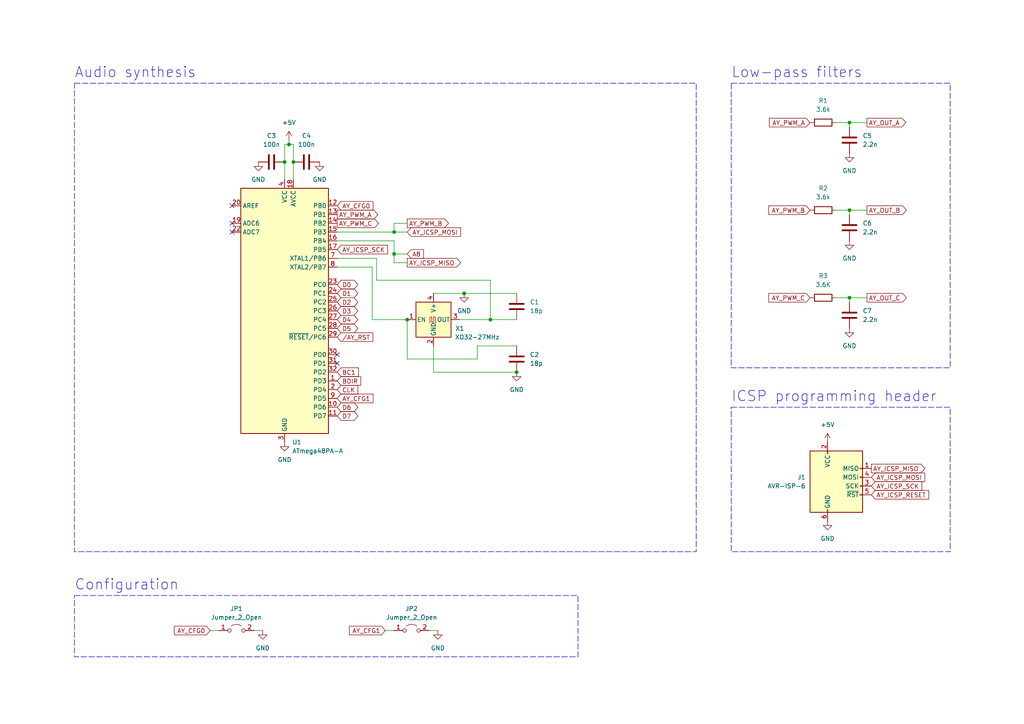
<source format=kicad_sch>
(kicad_sch (version 20230121) (generator eeschema)
  (paper "A4")
  (title_block (title "XANTRONIX Z128 Mainboard—AY-3-8192 Emulation") (company "XANTRONIX Computer"))
  (lib_symbols
    (symbol "Connector:AVR-ISP-6" (pin_names (offset 1.016))
      (property "Reference" "J" (at -6.35 11.43 0))
      (property "Value" "AVR-ISP-6" (at 0 11.43 0))
      (symbol "AVR-ISP-6_0_1"
        (rectangle (start -2.667 -6.858) (end -2.413 -7.62))
        (rectangle (start -2.667 10.16) (end -2.413 9.398))
        (rectangle (start 7.62 -2.413) (end 6.858 -2.667))
        (rectangle (start 7.62 0.127) (end 6.858 -0.127))
        (rectangle (start 7.62 2.667) (end 6.858 2.413))
        (rectangle (start 7.62 5.207) (end 6.858 4.953))
        (rectangle (start 7.62 10.16) (end -7.62 -7.62) (stroke (width 0.254)) (fill (type background)))
      )
      (symbol "AVR-ISP-6_1_1"
        (pin passive line (at 10.16 5.08 180) (length 2.54) (name "MISO") (number "1"))
        (pin passive line (at -2.54 12.7 270) (length 2.54) (name "VCC") (number "2"))
        (pin passive line (at 10.16 0 180) (length 2.54) (name "SCK") (number "3"))
        (pin passive line (at 10.16 2.54 180) (length 2.54) (name "MOSI") (number "4"))
        (pin passive line (at 10.16 -2.54 180) (length 2.54) (name "~{RST}") (number "5"))
        (pin passive line (at -2.54 -10.16 90) (length 2.54) (name "GND") (number "6"))
      )
    )
    (symbol "Device:C" (pin_numbers hide) (pin_names (offset 0.254))
      (property "Reference" "C" (at 0.635 2.54 0))
      (property "Value" "C" (at 0.635 -2.54 0))
      (symbol "C_0_1"
        (polyline (pts (xy -2.032 -0.762) (xy 2.032 -0.762)) (stroke (width 0.508)))
        (polyline (pts (xy -2.032 0.762) (xy 2.032 0.762)) (stroke (width 0.508)))
      )
      (symbol "C_1_1"
        (pin passive line (at 0 3.81 270) (length 2.794) (name "~") (number "1"))
        (pin passive line (at 0 -3.81 90) (length 2.794) (name "~") (number "2"))
      )
    )
    (symbol "Device:R" (pin_numbers hide) (pin_names (offset 0))
      (property "Reference" "R" (at 2.032 0 90))
      (property "Value" "R" (at 0 0 90))
      (symbol "R_0_1"
        (rectangle (start -1.016 -2.54) (end 1.016 2.54) (stroke (width 0.254)))
      )
      (symbol "R_1_1"
        (pin passive line (at 0 3.81 270) (length 1.27) (name "~") (number "1"))
        (pin passive line (at 0 -3.81 90) (length 1.27) (name "~") (number "2"))
      )
    )
    (symbol "Jumper:Jumper_2_Open" (pin_names (offset 0) hide)
      (property "Reference" "JP" (at 0 2.794 0))
      (property "Value" "Jumper_2_Open" (at 0 -2.286 0))
      (symbol "Jumper_2_Open_0_0"
        (circle (center -2.032 0) (radius 0.508))
        (circle (center 2.032 0) (radius 0.508))
      )
      (symbol "Jumper_2_Open_0_1"
        (arc (start 1.524 1.27) (mid 0 1.778) (end -1.524 1.27))
      )
      (symbol "Jumper_2_Open_1_1"
        (pin passive line (at -5.08 0 0) (length 2.54) (name "A") (number "1"))
        (pin passive line (at 5.08 0 180) (length 2.54) (name "B") (number "2"))
      )
    )
    (symbol "MCU_Microchip_ATmega:ATmega48PA-A"
      (property "Reference" "U" (at -12.7 36.83 0))
      (property "Value" "ATmega48PA-A" (at 2.54 -36.83 0))
      (symbol "ATmega48PA-A_0_1"
        (rectangle (start -12.7 -35.56) (end 12.7 35.56) (stroke (width 0.254)) (fill (type background)))
      )
      (symbol "ATmega48PA-A_1_1"
        (pin bidirectional line (at 15.24 -20.32 180) (length 2.54) (name "PD3") (number "1"))
        (pin bidirectional line (at 15.24 -27.94 180) (length 2.54) (name "PD6") (number "10"))
        (pin bidirectional line (at 15.24 -30.48 180) (length 2.54) (name "PD7") (number "11"))
        (pin bidirectional line (at 15.24 30.48 180) (length 2.54) (name "PB0") (number "12"))
        (pin bidirectional line (at 15.24 27.94 180) (length 2.54) (name "PB1") (number "13"))
        (pin bidirectional line (at 15.24 25.4 180) (length 2.54) (name "PB2") (number "14"))
        (pin bidirectional line (at 15.24 22.86 180) (length 2.54) (name "PB3") (number "15"))
        (pin bidirectional line (at 15.24 20.32 180) (length 2.54) (name "PB4") (number "16"))
        (pin bidirectional line (at 15.24 17.78 180) (length 2.54) (name "PB5") (number "17"))
        (pin power_in line (at 2.54 38.1 270) (length 2.54) (name "AVCC") (number "18"))
        (pin input line (at -15.24 25.4 0) (length 2.54) (name "ADC6") (number "19"))
        (pin bidirectional line (at 15.24 -22.86 180) (length 2.54) (name "PD4") (number "2"))
        (pin passive line (at -15.24 30.48 0) (length 2.54) (name "AREF") (number "20"))
        (pin passive line (at 0 -38.1 90) (length 2.54) hide (name "GND") (number "21"))
        (pin input line (at -15.24 22.86 0) (length 2.54) (name "ADC7") (number "22"))
        (pin bidirectional line (at 15.24 7.62 180) (length 2.54) (name "PC0") (number "23"))
        (pin bidirectional line (at 15.24 5.08 180) (length 2.54) (name "PC1") (number "24"))
        (pin bidirectional line (at 15.24 2.54 180) (length 2.54) (name "PC2") (number "25"))
        (pin bidirectional line (at 15.24 0 180) (length 2.54) (name "PC3") (number "26"))
        (pin bidirectional line (at 15.24 -2.54 180) (length 2.54) (name "PC4") (number "27"))
        (pin bidirectional line (at 15.24 -5.08 180) (length 2.54) (name "PC5") (number "28"))
        (pin bidirectional line (at 15.24 -7.62 180) (length 2.54) (name "~{RESET}/PC6") (number "29"))
        (pin power_in line (at 0 -38.1 90) (length 2.54) (name "GND") (number "3"))
        (pin bidirectional line (at 15.24 -12.7 180) (length 2.54) (name "PD0") (number "30"))
        (pin bidirectional line (at 15.24 -15.24 180) (length 2.54) (name "PD1") (number "31"))
        (pin bidirectional line (at 15.24 -17.78 180) (length 2.54) (name "PD2") (number "32"))
        (pin power_in line (at 0 38.1 270) (length 2.54) (name "VCC") (number "4"))
        (pin passive line (at 0 -38.1 90) (length 2.54) hide (name "GND") (number "5"))
        (pin passive line (at 0 38.1 270) (length 2.54) hide (name "VCC") (number "6"))
        (pin bidirectional line (at 15.24 15.24 180) (length 2.54) (name "XTAL1/PB6") (number "7"))
        (pin bidirectional line (at 15.24 12.7 180) (length 2.54) (name "XTAL2/PB7") (number "8"))
        (pin bidirectional line (at 15.24 -25.4 180) (length 2.54) (name "PD5") (number "9"))
      )
    )
    (symbol "Oscillator:XO32" (pin_names (offset 0.254))
      (property "Reference" "X" (at -5.08 6.35 0))
      (property "Value" "XO32" (at 1.27 -6.35 0))
      (symbol "XO32_0_1"
        (rectangle (start -5.08 5.08) (end 5.08 -5.08) (stroke (width 0.254)) (fill (type background)))
        (polyline (pts (xy -1.27 -0.762) (xy -1.016 -0.762) (xy -1.016 0.762) (xy -0.508 0.762) (xy -0.508 -0.762) (xy 0 -0.762) (xy 0 0.762) (xy 0.508 0.762) (xy 0.508 -0.762) (xy 0.762 -0.762)))
      )
      (symbol "XO32_1_1"
        (pin input line (at -7.62 0 0) (length 2.54) (name "EN") (number "1"))
        (pin power_in line (at 0 -7.62 90) (length 2.54) (name "GND") (number "2"))
        (pin output line (at 7.62 0 180) (length 2.54) (name "OUT") (number "3"))
        (pin power_in line (at 0 7.62 270) (length 2.54) (name "V+") (number "4"))
      )
    )
    (symbol "power:+5V" (power) (pin_names (offset 0))
      (property "Value" "+5V" (at 0 3.556 0))
      (symbol "+5V_0_1"
        (polyline (pts (xy -0.762 1.27) (xy 0 2.54)))
        (polyline (pts (xy 0 0) (xy 0 2.54)))
        (polyline (pts (xy 0 2.54) (xy 0.762 1.27)))
      )
      (symbol "+5V_1_1"
        (pin power_in line (at 0 0 90) (length 0) hide (name "+5V") (number "1"))
      )
    )
    (symbol "power:GND" (power) (pin_names (offset 0))
      (property "Value" "GND" (at 0 -3.81 0))
      (symbol "GND_0_1"
        (polyline (pts (xy 0 0) (xy 0 -1.27) (xy 1.27 -1.27) (xy 0 -2.54) (xy -1.27 -1.27) (xy 0 -1.27)))
      )
      (symbol "GND_1_1"
        (pin power_in line (at 0 0 270) (length 0) hide (name "GND") (number "1"))
      )
    )
  )
  (junction (at 82.55 46.99))
  (junction (at 85.09 46.99))
  (junction (at 134.62 85.09))
  (junction (at 149.86 107.95))
  (junction (at 246.38 60.96))
  (junction (at 246.38 86.36))
  (junction (at 114.3 67.31))
  (junction (at 83.82 41.91))
  (junction (at 246.38 35.56))
  (junction (at 142.24 92.71))
  (junction (at 118.11 92.71))
  (junction (at 114.3 73.66))
  (no_connect (at 67.31 59.69))
  (no_connect (at 67.31 64.77))
  (no_connect (at 97.79 105.41))
  (no_connect (at 67.31 67.31))
  (no_connect (at 97.79 102.87))
  (wire (pts (xy 118.11 92.71) (xy 118.11 104.14)))
  (wire (pts (xy 246.38 60.96) (xy 251.46 60.96)))
  (wire (pts (xy 107.95 77.47) (xy 107.95 92.71)))
  (wire (pts (xy 82.55 46.99) (xy 82.55 41.91)))
  (wire (pts (xy 82.55 46.99) (xy 82.55 52.07)))
  (wire (pts (xy 82.55 41.91) (xy 83.82 41.91)))
  (wire (pts (xy 109.22 81.28) (xy 142.24 81.28)))
  (wire (pts (xy 246.38 60.96) (xy 246.38 62.23)))
  (wire (pts (xy 242.57 86.36) (xy 246.38 86.36)))
  (wire (pts (xy 97.79 77.47) (xy 107.95 77.47)))
  (wire (pts (xy 114.3 73.66) (xy 118.11 73.66)))
  (wire (pts (xy 142.24 81.28) (xy 142.24 92.71)))
  (wire (pts (xy 149.86 107.95) (xy 125.73 107.95)))
  (wire (pts (xy 114.3 73.66) (xy 114.3 76.2)))
  (wire (pts (xy 83.82 40.64) (xy 83.82 41.91)))
  (wire (pts (xy 97.79 69.85) (xy 114.3 69.85)))
  (wire (pts (xy 134.62 85.09) (xy 149.86 85.09)))
  (wire (pts (xy 142.24 92.71) (xy 133.35 92.71)))
  (wire (pts (xy 246.38 86.36) (xy 251.46 86.36)))
  (wire (pts (xy 85.09 46.99) (xy 85.09 52.07)))
  (wire (pts (xy 118.11 104.14) (xy 138.43 104.14)))
  (wire (pts (xy 73.66 182.88) (xy 76.2 182.88)))
  (wire (pts (xy 142.24 92.71) (xy 149.86 92.71)))
  (wire (pts (xy 114.3 67.31) (xy 114.3 64.77)))
  (wire (pts (xy 246.38 35.56) (xy 246.38 36.83)))
  (wire (pts (xy 114.3 69.85) (xy 114.3 73.66)))
  (wire (pts (xy 125.73 107.95) (xy 125.73 100.33)))
  (wire (pts (xy 246.38 86.36) (xy 246.38 87.63)))
  (wire (pts (xy 138.43 100.33) (xy 149.86 100.33)))
  (wire (pts (xy 124.46 182.88) (xy 127 182.88)))
  (wire (pts (xy 246.38 35.56) (xy 251.46 35.56)))
  (wire (pts (xy 111.76 182.88) (xy 114.3 182.88)))
  (wire (pts (xy 97.79 67.31) (xy 114.3 67.31)))
  (wire (pts (xy 242.57 35.56) (xy 246.38 35.56)))
  (wire (pts (xy 114.3 76.2) (xy 118.11 76.2)))
  (wire (pts (xy 83.82 41.91) (xy 85.09 41.91)))
  (wire (pts (xy 114.3 67.31) (xy 118.11 67.31)))
  (wire (pts (xy 138.43 104.14) (xy 138.43 100.33)))
  (wire (pts (xy 109.22 74.93) (xy 109.22 81.28)))
  (wire (pts (xy 85.09 41.91) (xy 85.09 46.99)))
  (wire (pts (xy 60.96 182.88) (xy 63.5 182.88)))
  (wire (pts (xy 125.73 85.09) (xy 134.62 85.09)))
  (wire (pts (xy 114.3 64.77) (xy 118.11 64.77)))
  (wire (pts (xy 242.57 60.96) (xy 246.38 60.96)))
  (wire (pts (xy 107.95 92.71) (xy 118.11 92.71)))
  (wire (pts (xy 97.79 74.93) (xy 109.22 74.93)))
  (rectangle (start 212.09 118.11) (end 275.59 160.02) (stroke (width 0) (type dash)))
  (rectangle (start 21.59 24.13) (end 201.93 160.02) (stroke (width 0) (type dash)))
  (rectangle (start 212.09 24.13) (end 275.59 106.68) (stroke (width 0) (type dash)))
  (rectangle (start 21.59 172.72) (end 167.64 190.5) (stroke (width 0) (type dash)))
  (text "Configuration" (at 21.59 171.45 0) (effects (font (size 3 3)) (justify left bottom)))
  (text "Audio synthesis" (at 21.59 22.86 0) (effects (font (size 3 3)) (justify left bottom)))
  (text "ICSP programming header\n" (at 212.09 116.84 0) (effects (font (size 3 3)) (justify left bottom)))
  (text "Low-pass filters" (at 212.09 22.86 0) (effects (font (size 3 3)) (justify left bottom)))
  (global_label "BC1" (shape input) (at 97.79 107.95 0) (property "Intersheetrefs" "${INTERSHEET_REFS}" (effects hide)))
  (global_label "AY_ICSP_MOSI" (shape input) (at 118.11 67.31 0) (property "Intersheetrefs" "${INTERSHEET_REFS}" (effects hide)))
  (global_label "AY_OUT_C" (shape output) (at 251.46 86.36 0) (property "Intersheetrefs" "${INTERSHEET_REFS}" (effects hide)))
  (global_label "D3" (shape bidirectional) (at 97.79 90.17 0) (property "Intersheetrefs" "${INTERSHEET_REFS}" (effects hide)))
  (global_label "AY_PWM_C" (shape input) (at 234.95 86.36 180) (property "Intersheetrefs" "${INTERSHEET_REFS}" (effects hide)))
  (global_label "D5" (shape bidirectional) (at 97.79 95.25 0) (property "Intersheetrefs" "${INTERSHEET_REFS}" (effects hide)))
  (global_label "AY_ICSP_RESET" (shape input) (at 252.73 143.51 0) (property "Intersheetrefs" "${INTERSHEET_REFS}" (effects hide)))
  (global_label "{slash}AY_RST" (shape input) (at 97.79 97.79 0) (property "Intersheetrefs" "${INTERSHEET_REFS}" (effects hide)))
  (global_label "AY_CFG1" (shape input) (at 111.76 182.88 180) (property "Intersheetrefs" "${INTERSHEET_REFS}" (effects hide)))
  (global_label "AY_PWM_B" (shape input) (at 234.95 60.96 180) (property "Intersheetrefs" "${INTERSHEET_REFS}" (effects hide)))
  (global_label "AY_PWM_B" (shape output) (at 118.11 64.77 0) (property "Intersheetrefs" "${INTERSHEET_REFS}" (effects hide)))
  (global_label "D4" (shape bidirectional) (at 97.79 92.71 0) (property "Intersheetrefs" "${INTERSHEET_REFS}" (effects hide)))
  (global_label "D2" (shape bidirectional) (at 97.79 87.63 0) (property "Intersheetrefs" "${INTERSHEET_REFS}" (effects hide)))
  (global_label "AY_ICSP_MOSI" (shape input) (at 252.73 138.43 0) (property "Intersheetrefs" "${INTERSHEET_REFS}" (effects hide)))
  (global_label "BDIR" (shape input) (at 97.79 110.49 0) (property "Intersheetrefs" "${INTERSHEET_REFS}" (effects hide)))
  (global_label "D6" (shape bidirectional) (at 97.79 118.11 0) (property "Intersheetrefs" "${INTERSHEET_REFS}" (effects hide)))
  (global_label "AY_PWM_A" (shape output) (at 97.79 62.23 0) (property "Intersheetrefs" "${INTERSHEET_REFS}" (effects hide)))
  (global_label "AY_ICSP_MISO" (shape output) (at 118.11 76.2 0) (property "Intersheetrefs" "${INTERSHEET_REFS}" (effects hide)))
  (global_label "AY_ICSP_MISO" (shape output) (at 252.73 135.89 0) (property "Intersheetrefs" "${INTERSHEET_REFS}" (effects hide)))
  (global_label "AY_ICSP_SCK" (shape input) (at 252.73 140.97 0) (property "Intersheetrefs" "${INTERSHEET_REFS}" (effects hide)))
  (global_label "A8" (shape input) (at 118.11 73.66 0) (property "Intersheetrefs" "${INTERSHEET_REFS}" (effects hide)))
  (global_label "CLK" (shape input) (at 97.79 113.03 0) (property "Intersheetrefs" "${INTERSHEET_REFS}" (effects hide)))
  (global_label "AY_CFG1" (shape input) (at 97.79 115.57 0) (property "Intersheetrefs" "${INTERSHEET_REFS}" (effects hide)))
  (global_label "AY_CFG0" (shape input) (at 97.79 59.69 0) (property "Intersheetrefs" "${INTERSHEET_REFS}" (effects hide)))
  (global_label "AY_OUT_A" (shape output) (at 251.46 35.56 0) (property "Intersheetrefs" "${INTERSHEET_REFS}" (effects hide)))
  (global_label "D0" (shape bidirectional) (at 97.79 82.55 0) (property "Intersheetrefs" "${INTERSHEET_REFS}" (effects hide)))
  (global_label "AY_ICSP_SCK" (shape input) (at 97.79 72.39 0) (property "Intersheetrefs" "${INTERSHEET_REFS}" (effects hide)))
  (global_label "AY_PWM_C" (shape output) (at 97.79 64.77 0) (property "Intersheetrefs" "${INTERSHEET_REFS}" (effects hide)))
  (global_label "D1" (shape bidirectional) (at 97.79 85.09 0) (property "Intersheetrefs" "${INTERSHEET_REFS}" (effects hide)))
  (global_label "D7" (shape bidirectional) (at 97.79 120.65 0) (property "Intersheetrefs" "${INTERSHEET_REFS}" (effects hide)))
  (global_label "AY_PWM_A" (shape input) (at 234.95 35.56 180) (property "Intersheetrefs" "${INTERSHEET_REFS}" (effects hide)))
  (global_label "AY_OUT_B" (shape output) (at 251.46 60.96 0) (property "Intersheetrefs" "${INTERSHEET_REFS}" (effects hide)))
  (global_label "AY_CFG0" (shape input) (at 60.96 182.88 180) (property "Intersheetrefs" "${INTERSHEET_REFS}" (effects hide)))
  (symbol (lib_id "Device:R") (at 238.76 86.36 270) (unit 1)
    (property "Reference" "R3" (at 238.76 80.01 90))
    (property "Value" "3.6K" (at 238.76 82.55 90))
  )
  (symbol (lib_id "power:GND") (at 134.62 85.09 0) (unit 1)
    (property "Reference" "#PWR06" (effects hide))
    (property "Value" "GND" (at 134.62 90.17 0))
  )
  (symbol (lib_id "power:GND") (at 74.93 46.99 0) (unit 1)
    (property "Reference" "#PWR07" (effects hide))
    (property "Value" "GND" (at 74.93 52.07 0))
  )
  (symbol (lib_id "Jumper:Jumper_2_Open") (at 68.58 182.88 0) (unit 1)
    (property "Reference" "JP1" (at 68.58 176.53 0))
    (property "Value" "Jumper_2_Open" (at 68.58 179.07 0))
  )
  (symbol (lib_id "power:+5V") (at 83.82 40.64 0) (unit 1)
    (property "Reference" "#PWR01" (effects hide))
    (property "Value" "+5V" (at 83.82 35.56 0))
  )
  (symbol (lib_id "Device:C") (at 149.86 88.9 0) (unit 1)
    (property "Reference" "C1" (at 153.67 87.63 0) (effects (justify left)))
    (property "Value" "18p" (at 153.67 90.17 0) (effects (justify left)))
  )
  (symbol (lib_id "Device:C") (at 246.38 66.04 0) (unit 1)
    (property "Reference" "C6" (at 250.19 64.77 0) (effects (justify left)))
    (property "Value" "2.2n" (at 250.19 67.31 0) (effects (justify left)))
  )
  (symbol (lib_id "power:GND") (at 246.38 69.85 0) (unit 1)
    (property "Reference" "#PWR010" (effects hide))
    (property "Value" "GND" (at 246.38 74.93 0))
  )
  (symbol (lib_id "Device:C") (at 246.38 40.64 0) (unit 1)
    (property "Reference" "C5" (at 250.19 39.37 0) (effects (justify left)))
    (property "Value" "2.2n" (at 250.19 41.91 0) (effects (justify left)))
  )
  (symbol (lib_id "Oscillator:XO32") (at 125.73 92.71 0) (unit 1)
    (property "Reference" "X1" (at 133.35 95.25 0))
    (property "Value" "XO32-27MHz" (at 138.43 97.79 0))
    (property "Footprint" "Oscillator:Oscillator_SMD_EuroQuartz_XO32-4Pin_3.2x2.5mm" (effects hide))
    (property "Datasheet" "http://cdn-reichelt.de/documents/datenblatt/B400/XO32.pdf" (effects hide))
  )
  (symbol (lib_id "MCU_Microchip_ATmega:ATmega48PA-A") (at 82.55 90.17 0) (unit 1)
    (property "Reference" "U1" (at 84.7441 128.27 0) (effects (justify left)))
    (property "Value" "ATmega48PA-A" (at 84.7441 130.81 0) (effects (justify left)))
    (property "Footprint" "Package_QFP:TQFP-32_7x7mm_P0.8mm" (effects hide))
    (property "Datasheet" "http://ww1.microchip.com/downloads/en/DeviceDoc/ATmega48PA_88PA_168PA-Data-Sheet-40002011A.pdf" (effects hide))
  )
  (symbol (lib_id "Device:C") (at 78.74 46.99 90) (unit 1)
    (property "Reference" "C3" (at 78.74 39.37 90))
    (property "Value" "100n" (at 78.74 41.91 90))
  )
  (symbol (lib_id "power:GND") (at 149.86 107.95 0) (unit 1)
    (property "Reference" "#PWR05" (effects hide))
    (property "Value" "GND" (at 149.86 113.03 0))
  )
  (symbol (lib_id "Device:R") (at 238.76 60.96 270) (unit 1)
    (property "Reference" "R2" (at 238.76 54.61 90))
    (property "Value" "3.6k" (at 238.76 57.15 90))
  )
  (symbol (lib_id "power:GND") (at 76.2 182.88 0) (unit 1)
    (property "Reference" "#PWR012" (effects hide))
    (property "Value" "GND" (at 76.2 187.96 0))
  )
  (symbol (lib_id "Device:R") (at 238.76 35.56 270) (unit 1)
    (property "Reference" "R1" (at 238.76 29.21 90))
    (property "Value" "3.6k" (at 238.76 31.75 90))
  )
  (symbol (lib_id "Device:C") (at 149.86 104.14 0) (unit 1)
    (property "Reference" "C2" (at 153.67 102.87 0) (effects (justify left)))
    (property "Value" "18p" (at 153.67 105.41 0) (effects (justify left)))
  )
  (symbol (lib_id "power:+5V") (at 240.03 128.27 0) (unit 1)
    (property "Reference" "#PWR03" (effects hide))
    (property "Value" "+5V" (at 240.03 123.19 0))
  )
  (symbol (lib_id "power:GND") (at 82.55 128.27 0) (unit 1)
    (property "Reference" "#PWR02" (effects hide))
    (property "Value" "GND" (at 82.55 133.35 0))
  )
  (symbol (lib_id "power:GND") (at 246.38 44.45 0) (unit 1)
    (property "Reference" "#PWR09" (effects hide))
    (property "Value" "GND" (at 246.38 49.53 0))
  )
  (symbol (lib_id "Jumper:Jumper_2_Open") (at 119.38 182.88 0) (unit 1)
    (property "Reference" "JP2" (at 119.38 176.53 0))
    (property "Value" "Jumper_2_Open" (at 119.38 179.07 0))
  )
  (symbol (lib_id "Device:C") (at 88.9 46.99 90) (unit 1)
    (property "Reference" "C4" (at 88.9 39.37 90))
    (property "Value" "100n" (at 88.9 41.91 90))
  )
  (symbol (lib_id "power:GND") (at 240.03 151.13 0) (unit 1)
    (property "Reference" "#PWR04" (effects hide))
    (property "Value" "GND" (at 240.03 156.21 0))
  )
  (symbol (lib_id "power:GND") (at 246.38 95.25 0) (unit 1)
    (property "Reference" "#PWR011" (effects hide))
    (property "Value" "GND" (at 246.38 100.33 0))
  )
  (symbol (lib_id "Device:C") (at 246.38 91.44 180) (unit 1)
    (property "Reference" "C7" (at 250.19 90.17 0) (effects (justify right)))
    (property "Value" "2.2n" (at 250.19 92.71 0) (effects (justify right)))
  )
  (symbol (lib_id "Connector:AVR-ISP-6") (at 242.57 140.97 0) (unit 1)
    (property "Reference" "J1" (at 233.68 138.43 0) (effects (justify right)))
    (property "Value" "AVR-ISP-6" (at 233.68 140.97 0) (effects (justify right)))
    (property "Datasheet" " ~" (effects hide))
  )
  (symbol (lib_id "power:GND") (at 92.71 46.99 0) (unit 1)
    (property "Reference" "#PWR08" (effects hide))
    (property "Value" "GND" (at 92.71 52.07 0))
  )
  (symbol (lib_id "power:GND") (at 127 182.88 0) (unit 1)
    (property "Reference" "#PWR013" (effects hide))
    (property "Value" "GND" (at 127 187.96 0))
  )
)
</source>
